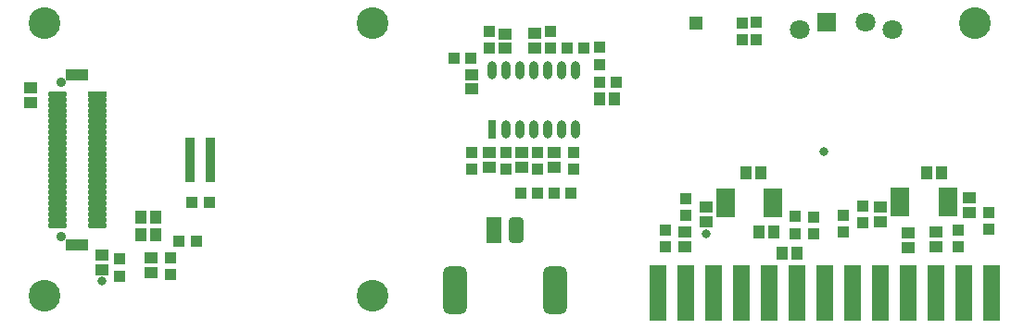
<source format=gts>
G04*
G04 #@! TF.GenerationSoftware,Altium Limited,Altium Designer,19.0.10 (269)*
G04*
G04 Layer_Color=8388736*
%FSLAX25Y25*%
%MOIN*%
G70*
G01*
G75*
%ADD34O,0.03162X0.06509*%
%ADD35R,0.03162X0.06509*%
%ADD36R,0.06509X0.02572*%
%ADD37R,0.04737X0.04737*%
%ADD38R,0.04147X0.04147*%
%ADD39R,0.04147X0.04147*%
%ADD40R,0.03800X0.02200*%
G04:AMPARAMS|DCode=41|XSize=55.24mil|YSize=94.61mil|CornerRadius=15.81mil|HoleSize=0mil|Usage=FLASHONLY|Rotation=0.000|XOffset=0mil|YOffset=0mil|HoleType=Round|Shape=RoundedRectangle|*
%AMROUNDEDRECTD41*
21,1,0.05524,0.06299,0,0,0.0*
21,1,0.02362,0.09461,0,0,0.0*
1,1,0.03162,0.01181,-0.03150*
1,1,0.03162,-0.01181,-0.03150*
1,1,0.03162,-0.01181,0.03150*
1,1,0.03162,0.01181,0.03150*
%
%ADD41ROUNDEDRECTD41*%
%ADD42R,0.05524X0.09461*%
G04:AMPARAMS|DCode=43|XSize=86.74mil|YSize=173.35mil|CornerRadius=23.68mil|HoleSize=0mil|Usage=FLASHONLY|Rotation=0.000|XOffset=0mil|YOffset=0mil|HoleType=Round|Shape=RoundedRectangle|*
%AMROUNDEDRECTD43*
21,1,0.08674,0.12598,0,0,0.0*
21,1,0.03937,0.17335,0,0,0.0*
1,1,0.04737,0.01968,-0.06299*
1,1,0.04737,-0.01968,-0.06299*
1,1,0.04737,-0.01968,0.06299*
1,1,0.04737,0.01968,0.06299*
%
%ADD43ROUNDEDRECTD43*%
%ADD44R,0.06312X0.20485*%
%ADD45R,0.07887X0.03950*%
%ADD46R,0.07099X0.01981*%
%ADD47O,0.07099X0.01981*%
%ADD48R,0.03950X0.03950*%
%ADD49R,0.04143X0.04537*%
%ADD50R,0.04537X0.04143*%
%ADD51C,0.07099*%
%ADD52R,0.07099X0.07099*%
%ADD53C,0.03556*%
%ADD54C,0.11430*%
%ADD55C,0.03162*%
D34*
X200720Y91437D02*
D03*
X195720D02*
D03*
X190720D02*
D03*
X185720D02*
D03*
X180720D02*
D03*
X175720D02*
D03*
X170720D02*
D03*
X200720Y69981D02*
D03*
X195720D02*
D03*
X190720D02*
D03*
X185720D02*
D03*
X180720D02*
D03*
X175720D02*
D03*
D35*
X170720D02*
D03*
D36*
X317618Y47603D02*
D03*
Y45044D02*
D03*
Y42485D02*
D03*
Y39926D02*
D03*
X334941Y47603D02*
D03*
Y45044D02*
D03*
Y42485D02*
D03*
Y39926D02*
D03*
X254715Y47333D02*
D03*
Y44774D02*
D03*
Y42215D02*
D03*
Y39656D02*
D03*
X272038Y47333D02*
D03*
Y44774D02*
D03*
Y42215D02*
D03*
Y39656D02*
D03*
D37*
X244094Y108268D02*
D03*
D38*
X209487Y86891D02*
D03*
X215589D02*
D03*
X187374Y46787D02*
D03*
X181272D02*
D03*
X193083D02*
D03*
X199185D02*
D03*
X203888Y99360D02*
D03*
X197785D02*
D03*
X163287Y95669D02*
D03*
X157185D02*
D03*
X62992Y43765D02*
D03*
X69095D02*
D03*
X58366Y29528D02*
D03*
X64468D02*
D03*
D39*
X169783Y99133D02*
D03*
Y105235D02*
D03*
X200102Y61551D02*
D03*
Y55449D02*
D03*
X191978Y99262D02*
D03*
Y105364D02*
D03*
X187374Y61630D02*
D03*
Y55528D02*
D03*
X163386Y61551D02*
D03*
Y55449D02*
D03*
X175984Y55610D02*
D03*
Y61713D02*
D03*
X209610Y99508D02*
D03*
Y93405D02*
D03*
X349410Y39926D02*
D03*
Y33824D02*
D03*
X338583Y33661D02*
D03*
Y27559D02*
D03*
X304134Y42421D02*
D03*
Y36319D02*
D03*
X297244Y38947D02*
D03*
Y32845D02*
D03*
X55118Y23622D02*
D03*
Y17520D02*
D03*
X279786Y38484D02*
D03*
Y32382D02*
D03*
X286638Y38362D02*
D03*
Y32260D02*
D03*
X37008Y23130D02*
D03*
Y17028D02*
D03*
X240394Y45079D02*
D03*
Y38976D02*
D03*
X233268Y33563D02*
D03*
Y27461D02*
D03*
X265738Y108544D02*
D03*
Y102442D02*
D03*
D40*
X62295Y52055D02*
D03*
Y54055D02*
D03*
Y56055D02*
D03*
Y58055D02*
D03*
Y60055D02*
D03*
Y62055D02*
D03*
Y64055D02*
D03*
Y66055D02*
D03*
X69595D02*
D03*
Y64055D02*
D03*
Y62055D02*
D03*
Y60055D02*
D03*
Y58055D02*
D03*
Y56055D02*
D03*
Y54055D02*
D03*
Y52055D02*
D03*
D41*
X179528Y33779D02*
D03*
D42*
X171653D02*
D03*
D43*
X157480Y11811D02*
D03*
X193701D02*
D03*
D44*
X350394Y11024D02*
D03*
X340394D02*
D03*
X330394D02*
D03*
X320394D02*
D03*
X310394D02*
D03*
X300394D02*
D03*
X290394D02*
D03*
X280394D02*
D03*
X270394D02*
D03*
X260394D02*
D03*
X250394D02*
D03*
X240394D02*
D03*
X230394D02*
D03*
D45*
X21654Y28346D02*
D03*
Y89764D02*
D03*
D46*
X28740Y82677D02*
D03*
D47*
Y80709D02*
D03*
Y78740D02*
D03*
Y76772D02*
D03*
Y74803D02*
D03*
Y72835D02*
D03*
Y70866D02*
D03*
Y68898D02*
D03*
Y66929D02*
D03*
Y64961D02*
D03*
Y62992D02*
D03*
Y61024D02*
D03*
Y59055D02*
D03*
Y57087D02*
D03*
Y55118D02*
D03*
Y53150D02*
D03*
Y51181D02*
D03*
Y49213D02*
D03*
Y47244D02*
D03*
Y45276D02*
D03*
Y43307D02*
D03*
Y41339D02*
D03*
Y39370D02*
D03*
Y37402D02*
D03*
Y35433D02*
D03*
X14567D02*
D03*
Y37402D02*
D03*
Y39370D02*
D03*
Y41339D02*
D03*
Y43307D02*
D03*
Y45276D02*
D03*
Y47244D02*
D03*
Y49213D02*
D03*
Y51181D02*
D03*
Y53150D02*
D03*
Y55118D02*
D03*
Y57087D02*
D03*
Y59055D02*
D03*
Y61024D02*
D03*
Y62992D02*
D03*
Y64961D02*
D03*
Y66929D02*
D03*
Y68898D02*
D03*
Y70866D02*
D03*
Y72835D02*
D03*
Y74803D02*
D03*
Y76772D02*
D03*
Y78740D02*
D03*
Y80709D02*
D03*
Y82677D02*
D03*
D48*
X260778Y102362D02*
D03*
Y108268D02*
D03*
D49*
X209487Y80986D02*
D03*
X214802D02*
D03*
X44488Y38189D02*
D03*
X49803D02*
D03*
X332382Y54391D02*
D03*
X327067D02*
D03*
X44587Y31890D02*
D03*
X49902D02*
D03*
X272082Y32874D02*
D03*
X266767D02*
D03*
X280601Y25377D02*
D03*
X275286D02*
D03*
X267421Y54181D02*
D03*
X262106D02*
D03*
D50*
X175689Y99133D02*
D03*
Y104448D02*
D03*
X193280Y61551D02*
D03*
Y56236D02*
D03*
X186073Y99360D02*
D03*
Y104675D02*
D03*
X181468Y61630D02*
D03*
Y56315D02*
D03*
X169783Y61657D02*
D03*
Y56342D02*
D03*
X163386Y89764D02*
D03*
Y84449D02*
D03*
X342520Y39827D02*
D03*
Y45142D02*
D03*
X330709Y27559D02*
D03*
Y32874D02*
D03*
X310394Y42028D02*
D03*
Y36713D02*
D03*
X320394Y27224D02*
D03*
Y32539D02*
D03*
X4921Y79724D02*
D03*
Y85039D02*
D03*
X48228Y23622D02*
D03*
Y18307D02*
D03*
X30709Y24705D02*
D03*
Y19390D02*
D03*
X248031Y42028D02*
D03*
Y36713D02*
D03*
X240158Y27559D02*
D03*
Y32874D02*
D03*
D51*
X314961Y106064D02*
D03*
X281496D02*
D03*
X305118Y108544D02*
D03*
D52*
X291339D02*
D03*
D53*
X15748Y31299D02*
D03*
Y86811D02*
D03*
D54*
X9843Y9843D02*
D03*
X127953D02*
D03*
Y108268D02*
D03*
X9843D02*
D03*
X344488Y108268D02*
D03*
D55*
X290158Y62055D02*
D03*
X30709Y15354D02*
D03*
X248031Y32283D02*
D03*
M02*

</source>
